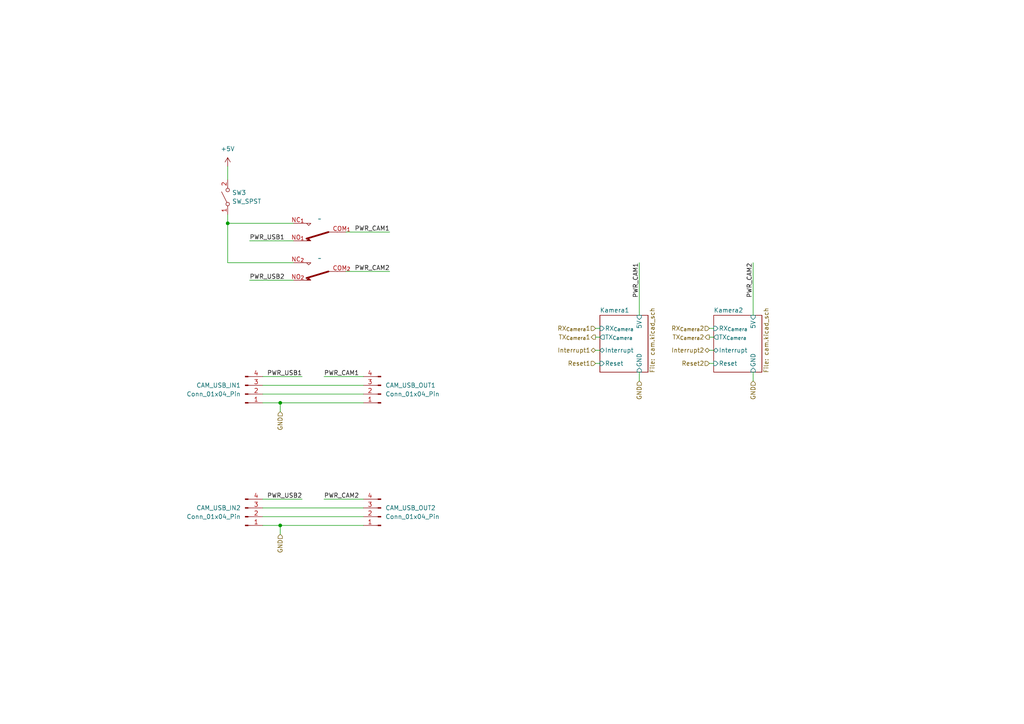
<source format=kicad_sch>
(kicad_sch (version 20250114) (generator "eeschema") (generator_version "9.0")
  (paper "A4")
  (lib_symbols
    (symbol "Connector:Conn_01x04_Pin" (pin_names (offset 1.016) (hide yes))
      (property "Reference" "J" (at 0 5.08 0))
      (property "Value" "Conn_01x04_Pin" (at 0 -7.62 0))
      (symbol "Conn_01x04_Pin_1_1"
        (rectangle (start 0.8636 2.667) (end 0 2.413) (stroke (width 0.1524)) (fill (type outline)))
        (rectangle (start 0.8636 0.127) (end 0 -0.127) (stroke (width 0.1524)) (fill (type outline)))
        (rectangle (start 0.8636 -2.413) (end 0 -2.667) (stroke (width 0.1524)) (fill (type outline)))
        (rectangle (start 0.8636 -4.953) (end 0 -5.207) (stroke (width 0.1524)) (fill (type outline)))
        (polyline (pts (xy 1.27 2.54) (xy 0.8636 2.54)) (stroke (width 0.1524)))
        (polyline (pts (xy 1.27 0) (xy 0.8636 0)) (stroke (width 0.1524)))
        (polyline (pts (xy 1.27 -2.54) (xy 0.8636 -2.54)) (stroke (width 0.1524)))
        (polyline (pts (xy 1.27 -5.08) (xy 0.8636 -5.08)) (stroke (width 0.1524)))
        (pin passive line (at 5.08 2.54 180) (length 3.81) (name "Pin_1") (number "1"))
        (pin passive line (at 5.08 0 180) (length 3.81) (name "Pin_2") (number "2"))
        (pin passive line (at 5.08 -2.54 180) (length 3.81) (name "Pin_3") (number "3"))
        (pin passive line (at 5.08 -5.08 180) (length 3.81) (name "Pin_4") (number "4"))
      )
    )
    (symbol "RobotikV4:AZ8521-5"
      (symbol "AZ8521-5_1_1"
        (rectangle (start -5.08 5.08) (end 5.08 -5.08) (stroke (width 0.254)) (fill (type background)))
        (rectangle (start -3.175 1.905) (end 3.175 -1.905) (stroke (width 0.254)))
        (polyline (pts (xy -2.54 -1.905) (xy 2.54 1.905)) (stroke (width 0.254)))
        (polyline (pts (xy 0 5.08) (xy 0 1.905)))
        (polyline (pts (xy 0 -5.08) (xy 0 -1.905)))
        (pin passive line (at 0 8.89 270) (length 3.81) (name "~") (number "A+"))
        (pin passive line (at 0 -8.89 90) (length 3.81) (name "~") (number "A-"))
      )
      (symbol "AZ8521-5_2_1"
        (polyline (pts (xy -2.54 3.81) (xy -2.54 1.27) (xy -1.905 1.905) (xy -2.54 2.54)) (fill (type outline)))
        (polyline (pts (xy 0 -3.81) (xy -1.905 2.54)) (stroke (width 0.508)))
        (polyline (pts (xy 0 -3.81) (xy 0 -6.35)))
        (polyline (pts (xy 2.54 3.81) (xy 2.54 1.27) (xy 1.905 1.905) (xy 2.54 2.54)))
        (pin passive line (at -2.54 6.35 270) (length 2.54) (name "~") (number "NO_{1}"))
        (pin passive line (at 0 -8.89 90) (length 2.54) (name "~") (number "COM_{1}"))
        (pin passive line (at 2.54 6.35 270) (length 2.54) (name "~") (number "NC_{1}"))
      )
      (symbol "AZ8521-5_3_1"
        (polyline (pts (xy -2.54 3.81) (xy -2.54 1.27) (xy -1.905 1.905) (xy -2.54 2.54)) (fill (type outline)))
        (polyline (pts (xy 0 -3.81) (xy -1.905 2.54)) (stroke (width 0.508)))
        (polyline (pts (xy 0 -3.81) (xy 0 -6.35)))
        (polyline (pts (xy 2.54 3.81) (xy 2.54 1.27) (xy 1.905 1.905) (xy 2.54 2.54)))
        (pin passive line (at -2.54 6.35 270) (length 2.54) (name "~") (number "NO_{2}"))
        (pin passive line (at 0 -8.89 90) (length 2.54) (name "~") (number "COM_{2}"))
        (pin passive line (at 2.54 6.35 270) (length 2.54) (name "~") (number "NC_{2}"))
      )
    )
    (symbol "Switch:SW_SPST" (pin_names (offset 0) (hide yes))
      (property "Reference" "SW" (at 0 3.175 0))
      (property "Value" "SW_SPST" (at 0 -2.54 0))
      (symbol "SW_SPST_0_0"
        (circle (center -2.032 0) (radius 0.508))
        (polyline (pts (xy -1.524 0.254) (xy 1.524 1.778)))
        (circle (center 2.032 0) (radius 0.508))
      )
      (symbol "SW_SPST_1_1"
        (pin passive line (at -5.08 0 0) (length 2.54) (name "A") (number "1"))
        (pin passive line (at 5.08 0 180) (length 2.54) (name "B") (number "2"))
      )
    )
    (symbol "power:+5V" (power) (pin_numbers (hide yes)) (pin_names (offset 0) (hide yes))
      (property "Value" "+5V" (at 0 3.556 0))
      (symbol "+5V_0_1"
        (polyline (pts (xy -0.762 1.27) (xy 0 2.54)))
        (polyline (pts (xy 0 2.54) (xy 0.762 1.27)))
        (polyline (pts (xy 0 0) (xy 0 2.54)))
      )
      (symbol "+5V_1_1"
        (pin power_in line (at 0 0 90) (length 0) (name "~") (number "1"))
      )
    )
  )
  (junction (at 81.28 152.4))
  (junction (at 81.28 116.84))
  (junction (at 66.04 64.77))
  (wire (pts (xy 185.42 76.2) (xy 185.42 91.44)))
  (wire (pts (xy 72.39 81.28) (xy 85.09 81.28)))
  (wire (pts (xy 113.03 67.31) (xy 100.33 67.31)))
  (wire (pts (xy 66.04 62.23) (xy 66.04 64.77)))
  (wire (pts (xy 205.74 105.41) (xy 207.01 105.41)))
  (wire (pts (xy 205.74 95.25) (xy 207.01 95.25)))
  (wire (pts (xy 76.2 152.4) (xy 81.28 152.4)))
  (wire (pts (xy 76.2 147.32) (xy 105.41 147.32)))
  (wire (pts (xy 76.2 144.78) (xy 87.63 144.78)))
  (wire (pts (xy 81.28 152.4) (xy 81.28 154.94)))
  (wire (pts (xy 66.04 64.77) (xy 85.09 64.77)))
  (wire (pts (xy 172.72 105.41) (xy 173.99 105.41)))
  (wire (pts (xy 81.28 116.84) (xy 81.28 119.38)))
  (wire (pts (xy 172.72 101.6) (xy 173.99 101.6)))
  (wire (pts (xy 72.39 69.85) (xy 85.09 69.85)))
  (wire (pts (xy 76.2 111.76) (xy 105.41 111.76)))
  (wire (pts (xy 205.74 97.79) (xy 207.01 97.79)))
  (wire (pts (xy 93.98 144.78) (xy 105.41 144.78)))
  (wire (pts (xy 76.2 116.84) (xy 81.28 116.84)))
  (wire (pts (xy 205.74 101.6) (xy 207.01 101.6)))
  (wire (pts (xy 172.72 95.25) (xy 173.99 95.25)))
  (wire (pts (xy 66.04 48.26) (xy 66.04 52.07)))
  (wire (pts (xy 93.98 109.22) (xy 105.41 109.22)))
  (wire (pts (xy 76.2 149.86) (xy 105.41 149.86)))
  (wire (pts (xy 113.03 78.74) (xy 100.33 78.74)))
  (wire (pts (xy 66.04 76.2) (xy 66.04 64.77)))
  (wire (pts (xy 218.44 107.95) (xy 218.44 110.49)))
  (wire (pts (xy 85.09 76.2) (xy 66.04 76.2)))
  (wire (pts (xy 172.72 97.79) (xy 173.99 97.79)))
  (wire (pts (xy 76.2 109.22) (xy 87.63 109.22)))
  (wire (pts (xy 76.2 114.3) (xy 105.41 114.3)))
  (wire (pts (xy 81.28 116.84) (xy 105.41 116.84)))
  (wire (pts (xy 81.28 152.4) (xy 105.41 152.4)))
  (wire (pts (xy 218.44 76.2) (xy 218.44 91.44)))
  (wire (pts (xy 185.42 107.95) (xy 185.42 110.49)))
  (label "PWR_CAM1" (at 113.03 67.31 180))
  (label "PWR_USB2" (at 72.39 81.28 0))
  (label "PWR_CAM1" (at 93.98 109.22 0))
  (label "PWR_CAM2" (at 93.98 144.78 0))
  (label "PWR_CAM1" (at 185.42 76.2 270))
  (label "PWR_USB2" (at 87.63 144.78 180))
  (label "PWR_USB1" (at 87.63 109.22 180))
  (label "PWR_CAM2" (at 218.44 76.2 270))
  (label "PWR_CAM2" (at 113.03 78.74 180))
  (label "PWR_USB1" (at 72.39 69.85 0))
  (hierarchical_label "Reset1" (shape input) (at 172.72 105.41 180))
  (hierarchical_label "GND" (shape input) (at 218.44 110.49 270))
  (hierarchical_label "GND" (shape input) (at 81.28 119.38 270))
  (hierarchical_label "GND" (shape input) (at 81.28 154.94 270))
  (hierarchical_label "RX_{Camera}1" (shape input) (at 172.72 95.25 180))
  (hierarchical_label "GND" (shape input) (at 185.42 110.49 270))
  (hierarchical_label "TX_{Camera}2" (shape output) (at 205.74 97.79 180))
  (hierarchical_label "TX_{Camera}1" (shape output) (at 172.72 97.79 180))
  (hierarchical_label "RX_{Camera}2" (shape input) (at 205.74 95.25 180))
  (hierarchical_label "Reset2" (shape input) (at 205.74 105.41 180))
  (hierarchical_label "Interrupt1" (shape bidirectional) (at 172.72 101.6 180))
  (hierarchical_label "Interrupt2" (shape bidirectional) (at 205.74 101.6 180))
  (symbol (lib_id "power:+5V") (at 66.04 48.26 0) (unit 1)
    (property "Reference" "#PWR05" (effects (hide yes)))
    (property "Value" "+5V" (at 66.04 43.18 0))
    (property "Description" "Power symbol creates a global label with name \"+5V\"" (effects (hide yes)))
  )
  (symbol (lib_id "Switch:SW_SPST") (at 66.04 57.15 90) (unit 1)
    (property "Reference" "SW3" (at 67.31 55.8799 90) (effects (justify right)))
    (property "Value" "SW_SPST" (at 67.31 58.4199 90) (effects (justify right)))
    (property "Footprint" "Button_Switch_THT:SW_PUSH_6mm_H7.3mm" (effects (hide yes)))
    (property "Description" "Single Pole Single Throw (SPST) switch" (effects (hide yes)))
  )
  (symbol (lib_id "RobotikV4:AZ8521-5") (at 91.44 78.74 90) (unit 3)
    (property "Reference" "U1" (effects (hide yes)))
    (property "Value" "~" (at 92.71 74.93 90))
  )
  (symbol (lib_id "Connector:Conn_01x04_Pin") (at 110.49 114.3 180) (unit 1)
    (property "Reference" "CAM_USB_OUT1" (at 111.76 111.7599 0) (effects (justify right)))
    (property "Value" "Conn_01x04_Pin" (at 111.76 114.2999 0) (effects (justify right)))
    (property "Footprint" "Connector_PinHeader_2.54mm:PinHeader_1x04_P2.54mm_Vertical" (effects (hide yes)))
    (property "Description" "Generic connector, single row, 01x04, script generated" (effects (hide yes)))
  )
  (symbol (lib_id "Connector:Conn_01x04_Pin") (at 71.12 149.86 0) (mirror x) (unit 1)
    (property "Reference" "CAM_USB_IN2" (at 69.85 147.3199 0) (effects (justify right)))
    (property "Value" "Conn_01x04_Pin" (at 69.85 149.8599 0) (effects (justify right)))
    (property "Footprint" "Connector_PinHeader_2.54mm:PinHeader_1x04_P2.54mm_Vertical" (effects (hide yes)))
    (property "Description" "Generic connector, single row, 01x04, script generated" (effects (hide yes)))
  )
  (symbol (lib_id "Connector:Conn_01x04_Pin") (at 71.12 114.3 0) (mirror x) (unit 1)
    (property "Reference" "CAM_USB_IN1" (at 69.85 111.7599 0) (effects (justify right)))
    (property "Value" "Conn_01x04_Pin" (at 69.85 114.2999 0) (effects (justify right)))
    (property "Footprint" "Connector_PinHeader_2.54mm:PinHeader_1x04_P2.54mm_Vertical" (effects (hide yes)))
    (property "Description" "Generic connector, single row, 01x04, script generated" (effects (hide yes)))
  )
  (symbol (lib_id "Connector:Conn_01x04_Pin") (at 110.49 149.86 180) (unit 1)
    (property "Reference" "CAM_USB_OUT2" (at 111.76 147.3199 0) (effects (justify right)))
    (property "Value" "Conn_01x04_Pin" (at 111.76 149.8599 0) (effects (justify right)))
    (property "Footprint" "Connector_PinHeader_2.54mm:PinHeader_1x04_P2.54mm_Vertical" (effects (hide yes)))
    (property "Description" "Generic connector, single row, 01x04, script generated" (effects (hide yes)))
  )
  (symbol (lib_id "RobotikV4:AZ8521-5") (at 91.44 67.31 90) (unit 2)
    (property "Reference" "U1" (effects (hide yes)))
    (property "Value" "~" (at 92.71 63.5 90))
  )
  (sheet (at 207.01 91.44) (size 13.97 16.51) (stroke (width 0.1524))
    (property "Sheetname" "Kamera2" (at 207.01 90.7284 0) (effects (justify left bottom)))
    (property "Sheetfile" "cam.kicad_sch" (at 221.488 108.204 90) (effects (justify left top)))
    (pin "Interrupt" bidirectional (at 207.01 101.6 180))
    (pin "RX_{Camera}" input (at 207.01 95.25 180))
    (pin "TX_{Camera}" output (at 207.01 97.79 180))
    (pin "GND" input (at 218.44 107.95 270))
    (pin "Reset" input (at 207.01 105.41 180))
    (pin "5V" input (at 218.44 91.44 90))
  )
  (sheet (at 173.99 91.44) (size 13.97 16.51) (stroke (width 0.1524))
    (property "Sheetname" "Kamera1" (at 173.99 90.7284 0) (effects (justify left bottom)))
    (property "Sheetfile" "cam.kicad_sch" (at 188.468 108.204 90) (effects (justify left top)))
    (pin "Interrupt" bidirectional (at 173.99 101.6 180))
    (pin "RX_{Camera}" input (at 173.99 95.25 180))
    (pin "TX_{Camera}" output (at 173.99 97.79 180))
    (pin "GND" input (at 185.42 107.95 270))
    (pin "Reset" input (at 173.99 105.41 180))
    (pin "5V" input (at 185.42 91.44 90))
  )
)
</source>
